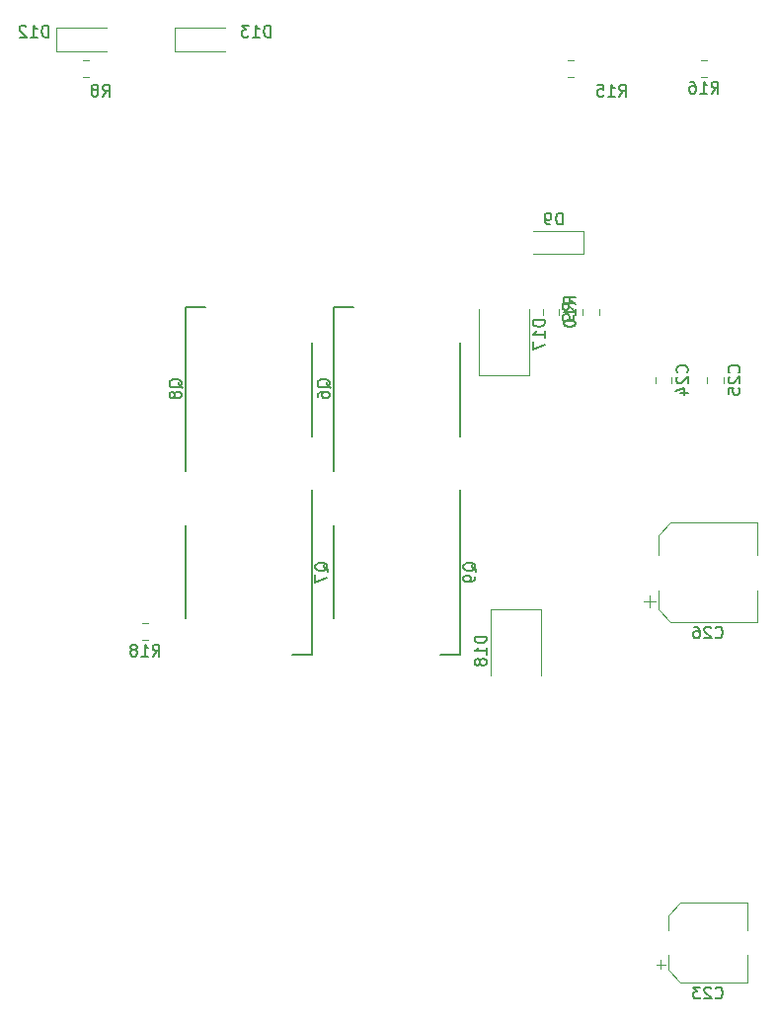
<source format=gbr>
G04 #@! TF.GenerationSoftware,KiCad,Pcbnew,(5.0.2)-1*
G04 #@! TF.CreationDate,2019-05-10T13:06:01+02:00*
G04 #@! TF.ProjectId,moc_main,6d6f635f-6d61-4696-9e2e-6b696361645f,rev?*
G04 #@! TF.SameCoordinates,Original*
G04 #@! TF.FileFunction,Legend,Bot*
G04 #@! TF.FilePolarity,Positive*
%FSLAX46Y46*%
G04 Gerber Fmt 4.6, Leading zero omitted, Abs format (unit mm)*
G04 Created by KiCad (PCBNEW (5.0.2)-1) date 10.05.2019 13:06:01*
%MOMM*%
%LPD*%
G01*
G04 APERTURE LIST*
%ADD10C,0.120000*%
%ADD11C,0.150000*%
G04 APERTURE END LIST*
D10*
G04 #@! TO.C,R9*
X240219500Y-48010922D02*
X240219500Y-48528078D01*
X241639500Y-48010922D02*
X241639500Y-48528078D01*
G04 #@! TO.C,D17*
X235642000Y-53732000D02*
X235642000Y-48032000D01*
X231342000Y-53732000D02*
X231342000Y-48032000D01*
X235642000Y-53732000D02*
X231342000Y-53732000D01*
G04 #@! TO.C,C23*
X254362000Y-98952000D02*
X254362000Y-101302000D01*
X254362000Y-105772000D02*
X254362000Y-103422000D01*
X248606437Y-105772000D02*
X254362000Y-105772000D01*
X248606437Y-98952000D02*
X254362000Y-98952000D01*
X247542000Y-100016437D02*
X247542000Y-101302000D01*
X247542000Y-104707563D02*
X247542000Y-103422000D01*
X247542000Y-104707563D02*
X248606437Y-105772000D01*
X247542000Y-100016437D02*
X248606437Y-98952000D01*
X246514500Y-104209500D02*
X247302000Y-104209500D01*
X246908250Y-104603250D02*
X246908250Y-103815750D01*
G04 #@! TO.C,C24*
X247852000Y-54360578D02*
X247852000Y-53843422D01*
X246432000Y-54360578D02*
X246432000Y-53843422D01*
G04 #@! TO.C,C25*
X250877000Y-54360578D02*
X250877000Y-53843422D01*
X252297000Y-54360578D02*
X252297000Y-53843422D01*
G04 #@! TO.C,C26*
X245952000Y-73622000D02*
X245952000Y-72622000D01*
X245452000Y-73122000D02*
X246452000Y-73122000D01*
X246692000Y-67416437D02*
X247756437Y-66352000D01*
X246692000Y-73807563D02*
X247756437Y-74872000D01*
X246692000Y-73807563D02*
X246692000Y-72122000D01*
X246692000Y-67416437D02*
X246692000Y-69102000D01*
X247756437Y-66352000D02*
X255212000Y-66352000D01*
X247756437Y-74872000D02*
X255212000Y-74872000D01*
X255212000Y-74872000D02*
X255212000Y-72122000D01*
X255212000Y-66352000D02*
X255212000Y-69102000D01*
G04 #@! TO.C,D9*
X235992000Y-41332000D02*
X240292000Y-41332000D01*
X240292000Y-41332000D02*
X240292000Y-43332000D01*
X240292000Y-43332000D02*
X235992000Y-43332000D01*
G04 #@! TO.C,D12*
X199362000Y-25892000D02*
X195062000Y-25892000D01*
X195062000Y-25892000D02*
X195062000Y-23892000D01*
X195062000Y-23892000D02*
X199362000Y-23892000D01*
G04 #@! TO.C,D13*
X209522000Y-25892000D02*
X205222000Y-25892000D01*
X205222000Y-25892000D02*
X205222000Y-23892000D01*
X205222000Y-23892000D02*
X209522000Y-23892000D01*
D11*
G04 #@! TO.C,Q6*
X229682000Y-50932000D02*
X229682000Y-58932000D01*
X218882000Y-61932000D02*
X218882000Y-47832000D01*
X218882000Y-47832000D02*
X220582000Y-47832000D01*
G04 #@! TO.C,Q7*
X216982000Y-77662000D02*
X215282000Y-77662000D01*
X216982000Y-63562000D02*
X216982000Y-77662000D01*
X206182000Y-74562000D02*
X206182000Y-66562000D01*
G04 #@! TO.C,Q8*
X206182000Y-47832000D02*
X207882000Y-47832000D01*
X206182000Y-61932000D02*
X206182000Y-47832000D01*
X216982000Y-50932000D02*
X216982000Y-58932000D01*
G04 #@! TO.C,Q9*
X229682000Y-77662000D02*
X227982000Y-77662000D01*
X229682000Y-63562000D02*
X229682000Y-77662000D01*
X218882000Y-74562000D02*
X218882000Y-66562000D01*
D10*
G04 #@! TO.C,R8*
X197353422Y-26722000D02*
X197870578Y-26722000D01*
X197353422Y-28142000D02*
X197870578Y-28142000D01*
G04 #@! TO.C,R10*
X238202000Y-48528078D02*
X238202000Y-48010922D01*
X236782000Y-48528078D02*
X236782000Y-48010922D01*
G04 #@! TO.C,R15*
X238930922Y-28142000D02*
X239448078Y-28142000D01*
X238930922Y-26722000D02*
X239448078Y-26722000D01*
G04 #@! TO.C,R16*
X250360922Y-26722000D02*
X250878078Y-26722000D01*
X250360922Y-28142000D02*
X250878078Y-28142000D01*
G04 #@! TO.C,D18*
X232342000Y-73782000D02*
X236642000Y-73782000D01*
X236642000Y-73782000D02*
X236642000Y-79482000D01*
X232342000Y-73782000D02*
X232342000Y-79482000D01*
G04 #@! TO.C,R18*
X202433422Y-76402000D02*
X202950578Y-76402000D01*
X202433422Y-74982000D02*
X202950578Y-74982000D01*
G04 #@! TO.C,R9*
D11*
X239476880Y-48102833D02*
X239000690Y-47769500D01*
X239476880Y-47531404D02*
X238476880Y-47531404D01*
X238476880Y-47912357D01*
X238524500Y-48007595D01*
X238572119Y-48055214D01*
X238667357Y-48102833D01*
X238810214Y-48102833D01*
X238905452Y-48055214D01*
X238953071Y-48007595D01*
X239000690Y-47912357D01*
X239000690Y-47531404D01*
X239476880Y-48579023D02*
X239476880Y-48769500D01*
X239429261Y-48864738D01*
X239381642Y-48912357D01*
X239238785Y-49007595D01*
X239048309Y-49055214D01*
X238667357Y-49055214D01*
X238572119Y-49007595D01*
X238524500Y-48959976D01*
X238476880Y-48864738D01*
X238476880Y-48674261D01*
X238524500Y-48579023D01*
X238572119Y-48531404D01*
X238667357Y-48483785D01*
X238905452Y-48483785D01*
X239000690Y-48531404D01*
X239048309Y-48579023D01*
X239095928Y-48674261D01*
X239095928Y-48864738D01*
X239048309Y-48959976D01*
X239000690Y-49007595D01*
X238905452Y-49055214D01*
G04 #@! TO.C,D17*
X236944380Y-48967714D02*
X235944380Y-48967714D01*
X235944380Y-49205809D01*
X235992000Y-49348666D01*
X236087238Y-49443904D01*
X236182476Y-49491523D01*
X236372952Y-49539142D01*
X236515809Y-49539142D01*
X236706285Y-49491523D01*
X236801523Y-49443904D01*
X236896761Y-49348666D01*
X236944380Y-49205809D01*
X236944380Y-48967714D01*
X236944380Y-50491523D02*
X236944380Y-49920095D01*
X236944380Y-50205809D02*
X235944380Y-50205809D01*
X236087238Y-50110571D01*
X236182476Y-50015333D01*
X236230095Y-49920095D01*
X235944380Y-50824857D02*
X235944380Y-51491523D01*
X236944380Y-51062952D01*
G04 #@! TO.C,C23*
X251594857Y-107069142D02*
X251642476Y-107116761D01*
X251785333Y-107164380D01*
X251880571Y-107164380D01*
X252023428Y-107116761D01*
X252118666Y-107021523D01*
X252166285Y-106926285D01*
X252213904Y-106735809D01*
X252213904Y-106592952D01*
X252166285Y-106402476D01*
X252118666Y-106307238D01*
X252023428Y-106212000D01*
X251880571Y-106164380D01*
X251785333Y-106164380D01*
X251642476Y-106212000D01*
X251594857Y-106259619D01*
X251213904Y-106259619D02*
X251166285Y-106212000D01*
X251071047Y-106164380D01*
X250832952Y-106164380D01*
X250737714Y-106212000D01*
X250690095Y-106259619D01*
X250642476Y-106354857D01*
X250642476Y-106450095D01*
X250690095Y-106592952D01*
X251261523Y-107164380D01*
X250642476Y-107164380D01*
X250309142Y-106164380D02*
X249690095Y-106164380D01*
X250023428Y-106545333D01*
X249880571Y-106545333D01*
X249785333Y-106592952D01*
X249737714Y-106640571D01*
X249690095Y-106735809D01*
X249690095Y-106973904D01*
X249737714Y-107069142D01*
X249785333Y-107116761D01*
X249880571Y-107164380D01*
X250166285Y-107164380D01*
X250261523Y-107116761D01*
X250309142Y-107069142D01*
G04 #@! TO.C,C24*
X249149142Y-53459142D02*
X249196761Y-53411523D01*
X249244380Y-53268666D01*
X249244380Y-53173428D01*
X249196761Y-53030571D01*
X249101523Y-52935333D01*
X249006285Y-52887714D01*
X248815809Y-52840095D01*
X248672952Y-52840095D01*
X248482476Y-52887714D01*
X248387238Y-52935333D01*
X248292000Y-53030571D01*
X248244380Y-53173428D01*
X248244380Y-53268666D01*
X248292000Y-53411523D01*
X248339619Y-53459142D01*
X248339619Y-53840095D02*
X248292000Y-53887714D01*
X248244380Y-53982952D01*
X248244380Y-54221047D01*
X248292000Y-54316285D01*
X248339619Y-54363904D01*
X248434857Y-54411523D01*
X248530095Y-54411523D01*
X248672952Y-54363904D01*
X249244380Y-53792476D01*
X249244380Y-54411523D01*
X248577714Y-55268666D02*
X249244380Y-55268666D01*
X248196761Y-55030571D02*
X248911047Y-54792476D01*
X248911047Y-55411523D01*
G04 #@! TO.C,C25*
X253594142Y-53459142D02*
X253641761Y-53411523D01*
X253689380Y-53268666D01*
X253689380Y-53173428D01*
X253641761Y-53030571D01*
X253546523Y-52935333D01*
X253451285Y-52887714D01*
X253260809Y-52840095D01*
X253117952Y-52840095D01*
X252927476Y-52887714D01*
X252832238Y-52935333D01*
X252737000Y-53030571D01*
X252689380Y-53173428D01*
X252689380Y-53268666D01*
X252737000Y-53411523D01*
X252784619Y-53459142D01*
X252784619Y-53840095D02*
X252737000Y-53887714D01*
X252689380Y-53982952D01*
X252689380Y-54221047D01*
X252737000Y-54316285D01*
X252784619Y-54363904D01*
X252879857Y-54411523D01*
X252975095Y-54411523D01*
X253117952Y-54363904D01*
X253689380Y-53792476D01*
X253689380Y-54411523D01*
X252689380Y-55316285D02*
X252689380Y-54840095D01*
X253165571Y-54792476D01*
X253117952Y-54840095D01*
X253070333Y-54935333D01*
X253070333Y-55173428D01*
X253117952Y-55268666D01*
X253165571Y-55316285D01*
X253260809Y-55363904D01*
X253498904Y-55363904D01*
X253594142Y-55316285D01*
X253641761Y-55268666D01*
X253689380Y-55173428D01*
X253689380Y-54935333D01*
X253641761Y-54840095D01*
X253594142Y-54792476D01*
G04 #@! TO.C,C26*
X251594857Y-76169142D02*
X251642476Y-76216761D01*
X251785333Y-76264380D01*
X251880571Y-76264380D01*
X252023428Y-76216761D01*
X252118666Y-76121523D01*
X252166285Y-76026285D01*
X252213904Y-75835809D01*
X252213904Y-75692952D01*
X252166285Y-75502476D01*
X252118666Y-75407238D01*
X252023428Y-75312000D01*
X251880571Y-75264380D01*
X251785333Y-75264380D01*
X251642476Y-75312000D01*
X251594857Y-75359619D01*
X251213904Y-75359619D02*
X251166285Y-75312000D01*
X251071047Y-75264380D01*
X250832952Y-75264380D01*
X250737714Y-75312000D01*
X250690095Y-75359619D01*
X250642476Y-75454857D01*
X250642476Y-75550095D01*
X250690095Y-75692952D01*
X251261523Y-76264380D01*
X250642476Y-76264380D01*
X249785333Y-75264380D02*
X249975809Y-75264380D01*
X250071047Y-75312000D01*
X250118666Y-75359619D01*
X250213904Y-75502476D01*
X250261523Y-75692952D01*
X250261523Y-76073904D01*
X250213904Y-76169142D01*
X250166285Y-76216761D01*
X250071047Y-76264380D01*
X249880571Y-76264380D01*
X249785333Y-76216761D01*
X249737714Y-76169142D01*
X249690095Y-76073904D01*
X249690095Y-75835809D01*
X249737714Y-75740571D01*
X249785333Y-75692952D01*
X249880571Y-75645333D01*
X250071047Y-75645333D01*
X250166285Y-75692952D01*
X250213904Y-75740571D01*
X250261523Y-75835809D01*
G04 #@! TO.C,D9*
X238480095Y-40784380D02*
X238480095Y-39784380D01*
X238242000Y-39784380D01*
X238099142Y-39832000D01*
X238003904Y-39927238D01*
X237956285Y-40022476D01*
X237908666Y-40212952D01*
X237908666Y-40355809D01*
X237956285Y-40546285D01*
X238003904Y-40641523D01*
X238099142Y-40736761D01*
X238242000Y-40784380D01*
X238480095Y-40784380D01*
X237432476Y-40784380D02*
X237242000Y-40784380D01*
X237146761Y-40736761D01*
X237099142Y-40689142D01*
X237003904Y-40546285D01*
X236956285Y-40355809D01*
X236956285Y-39974857D01*
X237003904Y-39879619D01*
X237051523Y-39832000D01*
X237146761Y-39784380D01*
X237337238Y-39784380D01*
X237432476Y-39832000D01*
X237480095Y-39879619D01*
X237527714Y-39974857D01*
X237527714Y-40212952D01*
X237480095Y-40308190D01*
X237432476Y-40355809D01*
X237337238Y-40403428D01*
X237146761Y-40403428D01*
X237051523Y-40355809D01*
X237003904Y-40308190D01*
X236956285Y-40212952D01*
G04 #@! TO.C,D12*
X194381285Y-24709380D02*
X194381285Y-23709380D01*
X194143190Y-23709380D01*
X194000333Y-23757000D01*
X193905095Y-23852238D01*
X193857476Y-23947476D01*
X193809857Y-24137952D01*
X193809857Y-24280809D01*
X193857476Y-24471285D01*
X193905095Y-24566523D01*
X194000333Y-24661761D01*
X194143190Y-24709380D01*
X194381285Y-24709380D01*
X192857476Y-24709380D02*
X193428904Y-24709380D01*
X193143190Y-24709380D02*
X193143190Y-23709380D01*
X193238428Y-23852238D01*
X193333666Y-23947476D01*
X193428904Y-23995095D01*
X192476523Y-23804619D02*
X192428904Y-23757000D01*
X192333666Y-23709380D01*
X192095571Y-23709380D01*
X192000333Y-23757000D01*
X191952714Y-23804619D01*
X191905095Y-23899857D01*
X191905095Y-23995095D01*
X191952714Y-24137952D01*
X192524142Y-24709380D01*
X191905095Y-24709380D01*
G04 #@! TO.C,D13*
X213431285Y-24709380D02*
X213431285Y-23709380D01*
X213193190Y-23709380D01*
X213050333Y-23757000D01*
X212955095Y-23852238D01*
X212907476Y-23947476D01*
X212859857Y-24137952D01*
X212859857Y-24280809D01*
X212907476Y-24471285D01*
X212955095Y-24566523D01*
X213050333Y-24661761D01*
X213193190Y-24709380D01*
X213431285Y-24709380D01*
X211907476Y-24709380D02*
X212478904Y-24709380D01*
X212193190Y-24709380D02*
X212193190Y-23709380D01*
X212288428Y-23852238D01*
X212383666Y-23947476D01*
X212478904Y-23995095D01*
X211574142Y-23709380D02*
X210955095Y-23709380D01*
X211288428Y-24090333D01*
X211145571Y-24090333D01*
X211050333Y-24137952D01*
X211002714Y-24185571D01*
X210955095Y-24280809D01*
X210955095Y-24518904D01*
X211002714Y-24614142D01*
X211050333Y-24661761D01*
X211145571Y-24709380D01*
X211431285Y-24709380D01*
X211526523Y-24661761D01*
X211574142Y-24614142D01*
G04 #@! TO.C,Q6*
X218579619Y-54786761D02*
X218532000Y-54691523D01*
X218436761Y-54596285D01*
X218293904Y-54453428D01*
X218246285Y-54358190D01*
X218246285Y-54262952D01*
X218484380Y-54310571D02*
X218436761Y-54215333D01*
X218341523Y-54120095D01*
X218151047Y-54072476D01*
X217817714Y-54072476D01*
X217627238Y-54120095D01*
X217532000Y-54215333D01*
X217484380Y-54310571D01*
X217484380Y-54501047D01*
X217532000Y-54596285D01*
X217627238Y-54691523D01*
X217817714Y-54739142D01*
X218151047Y-54739142D01*
X218341523Y-54691523D01*
X218436761Y-54596285D01*
X218484380Y-54501047D01*
X218484380Y-54310571D01*
X217484380Y-55596285D02*
X217484380Y-55405809D01*
X217532000Y-55310571D01*
X217579619Y-55262952D01*
X217722476Y-55167714D01*
X217912952Y-55120095D01*
X218293904Y-55120095D01*
X218389142Y-55167714D01*
X218436761Y-55215333D01*
X218484380Y-55310571D01*
X218484380Y-55501047D01*
X218436761Y-55596285D01*
X218389142Y-55643904D01*
X218293904Y-55691523D01*
X218055809Y-55691523D01*
X217960571Y-55643904D01*
X217912952Y-55596285D01*
X217865333Y-55501047D01*
X217865333Y-55310571D01*
X217912952Y-55215333D01*
X217960571Y-55167714D01*
X218055809Y-55120095D01*
G04 #@! TO.C,Q7*
X218379619Y-70516761D02*
X218332000Y-70421523D01*
X218236761Y-70326285D01*
X218093904Y-70183428D01*
X218046285Y-70088190D01*
X218046285Y-69992952D01*
X218284380Y-70040571D02*
X218236761Y-69945333D01*
X218141523Y-69850095D01*
X217951047Y-69802476D01*
X217617714Y-69802476D01*
X217427238Y-69850095D01*
X217332000Y-69945333D01*
X217284380Y-70040571D01*
X217284380Y-70231047D01*
X217332000Y-70326285D01*
X217427238Y-70421523D01*
X217617714Y-70469142D01*
X217951047Y-70469142D01*
X218141523Y-70421523D01*
X218236761Y-70326285D01*
X218284380Y-70231047D01*
X218284380Y-70040571D01*
X217284380Y-70802476D02*
X217284380Y-71469142D01*
X218284380Y-71040571D01*
G04 #@! TO.C,Q8*
X205879619Y-54786761D02*
X205832000Y-54691523D01*
X205736761Y-54596285D01*
X205593904Y-54453428D01*
X205546285Y-54358190D01*
X205546285Y-54262952D01*
X205784380Y-54310571D02*
X205736761Y-54215333D01*
X205641523Y-54120095D01*
X205451047Y-54072476D01*
X205117714Y-54072476D01*
X204927238Y-54120095D01*
X204832000Y-54215333D01*
X204784380Y-54310571D01*
X204784380Y-54501047D01*
X204832000Y-54596285D01*
X204927238Y-54691523D01*
X205117714Y-54739142D01*
X205451047Y-54739142D01*
X205641523Y-54691523D01*
X205736761Y-54596285D01*
X205784380Y-54501047D01*
X205784380Y-54310571D01*
X205212952Y-55310571D02*
X205165333Y-55215333D01*
X205117714Y-55167714D01*
X205022476Y-55120095D01*
X204974857Y-55120095D01*
X204879619Y-55167714D01*
X204832000Y-55215333D01*
X204784380Y-55310571D01*
X204784380Y-55501047D01*
X204832000Y-55596285D01*
X204879619Y-55643904D01*
X204974857Y-55691523D01*
X205022476Y-55691523D01*
X205117714Y-55643904D01*
X205165333Y-55596285D01*
X205212952Y-55501047D01*
X205212952Y-55310571D01*
X205260571Y-55215333D01*
X205308190Y-55167714D01*
X205403428Y-55120095D01*
X205593904Y-55120095D01*
X205689142Y-55167714D01*
X205736761Y-55215333D01*
X205784380Y-55310571D01*
X205784380Y-55501047D01*
X205736761Y-55596285D01*
X205689142Y-55643904D01*
X205593904Y-55691523D01*
X205403428Y-55691523D01*
X205308190Y-55643904D01*
X205260571Y-55596285D01*
X205212952Y-55501047D01*
G04 #@! TO.C,Q9*
X231079619Y-70516761D02*
X231032000Y-70421523D01*
X230936761Y-70326285D01*
X230793904Y-70183428D01*
X230746285Y-70088190D01*
X230746285Y-69992952D01*
X230984380Y-70040571D02*
X230936761Y-69945333D01*
X230841523Y-69850095D01*
X230651047Y-69802476D01*
X230317714Y-69802476D01*
X230127238Y-69850095D01*
X230032000Y-69945333D01*
X229984380Y-70040571D01*
X229984380Y-70231047D01*
X230032000Y-70326285D01*
X230127238Y-70421523D01*
X230317714Y-70469142D01*
X230651047Y-70469142D01*
X230841523Y-70421523D01*
X230936761Y-70326285D01*
X230984380Y-70231047D01*
X230984380Y-70040571D01*
X230984380Y-70945333D02*
X230984380Y-71135809D01*
X230936761Y-71231047D01*
X230889142Y-71278666D01*
X230746285Y-71373904D01*
X230555809Y-71421523D01*
X230174857Y-71421523D01*
X230079619Y-71373904D01*
X230032000Y-71326285D01*
X229984380Y-71231047D01*
X229984380Y-71040571D01*
X230032000Y-70945333D01*
X230079619Y-70897714D01*
X230174857Y-70850095D01*
X230412952Y-70850095D01*
X230508190Y-70897714D01*
X230555809Y-70945333D01*
X230603428Y-71040571D01*
X230603428Y-71231047D01*
X230555809Y-71326285D01*
X230508190Y-71373904D01*
X230412952Y-71421523D01*
G04 #@! TO.C,R8*
X199048666Y-29789380D02*
X199382000Y-29313190D01*
X199620095Y-29789380D02*
X199620095Y-28789380D01*
X199239142Y-28789380D01*
X199143904Y-28837000D01*
X199096285Y-28884619D01*
X199048666Y-28979857D01*
X199048666Y-29122714D01*
X199096285Y-29217952D01*
X199143904Y-29265571D01*
X199239142Y-29313190D01*
X199620095Y-29313190D01*
X198477238Y-29217952D02*
X198572476Y-29170333D01*
X198620095Y-29122714D01*
X198667714Y-29027476D01*
X198667714Y-28979857D01*
X198620095Y-28884619D01*
X198572476Y-28837000D01*
X198477238Y-28789380D01*
X198286761Y-28789380D01*
X198191523Y-28837000D01*
X198143904Y-28884619D01*
X198096285Y-28979857D01*
X198096285Y-29027476D01*
X198143904Y-29122714D01*
X198191523Y-29170333D01*
X198286761Y-29217952D01*
X198477238Y-29217952D01*
X198572476Y-29265571D01*
X198620095Y-29313190D01*
X198667714Y-29408428D01*
X198667714Y-29598904D01*
X198620095Y-29694142D01*
X198572476Y-29741761D01*
X198477238Y-29789380D01*
X198286761Y-29789380D01*
X198191523Y-29741761D01*
X198143904Y-29694142D01*
X198096285Y-29598904D01*
X198096285Y-29408428D01*
X198143904Y-29313190D01*
X198191523Y-29265571D01*
X198286761Y-29217952D01*
G04 #@! TO.C,R10*
X239594380Y-47626642D02*
X239118190Y-47293309D01*
X239594380Y-47055214D02*
X238594380Y-47055214D01*
X238594380Y-47436166D01*
X238642000Y-47531404D01*
X238689619Y-47579023D01*
X238784857Y-47626642D01*
X238927714Y-47626642D01*
X239022952Y-47579023D01*
X239070571Y-47531404D01*
X239118190Y-47436166D01*
X239118190Y-47055214D01*
X239594380Y-48579023D02*
X239594380Y-48007595D01*
X239594380Y-48293309D02*
X238594380Y-48293309D01*
X238737238Y-48198071D01*
X238832476Y-48102833D01*
X238880095Y-48007595D01*
X238594380Y-49198071D02*
X238594380Y-49293309D01*
X238642000Y-49388547D01*
X238689619Y-49436166D01*
X238784857Y-49483785D01*
X238975333Y-49531404D01*
X239213428Y-49531404D01*
X239403904Y-49483785D01*
X239499142Y-49436166D01*
X239546761Y-49388547D01*
X239594380Y-49293309D01*
X239594380Y-49198071D01*
X239546761Y-49102833D01*
X239499142Y-49055214D01*
X239403904Y-49007595D01*
X239213428Y-48959976D01*
X238975333Y-48959976D01*
X238784857Y-49007595D01*
X238689619Y-49055214D01*
X238642000Y-49102833D01*
X238594380Y-49198071D01*
G04 #@! TO.C,R15*
X243339857Y-29789380D02*
X243673190Y-29313190D01*
X243911285Y-29789380D02*
X243911285Y-28789380D01*
X243530333Y-28789380D01*
X243435095Y-28837000D01*
X243387476Y-28884619D01*
X243339857Y-28979857D01*
X243339857Y-29122714D01*
X243387476Y-29217952D01*
X243435095Y-29265571D01*
X243530333Y-29313190D01*
X243911285Y-29313190D01*
X242387476Y-29789380D02*
X242958904Y-29789380D01*
X242673190Y-29789380D02*
X242673190Y-28789380D01*
X242768428Y-28932238D01*
X242863666Y-29027476D01*
X242958904Y-29075095D01*
X241482714Y-28789380D02*
X241958904Y-28789380D01*
X242006523Y-29265571D01*
X241958904Y-29217952D01*
X241863666Y-29170333D01*
X241625571Y-29170333D01*
X241530333Y-29217952D01*
X241482714Y-29265571D01*
X241435095Y-29360809D01*
X241435095Y-29598904D01*
X241482714Y-29694142D01*
X241530333Y-29741761D01*
X241625571Y-29789380D01*
X241863666Y-29789380D01*
X241958904Y-29741761D01*
X242006523Y-29694142D01*
G04 #@! TO.C,R16*
X251262357Y-29534380D02*
X251595690Y-29058190D01*
X251833785Y-29534380D02*
X251833785Y-28534380D01*
X251452833Y-28534380D01*
X251357595Y-28582000D01*
X251309976Y-28629619D01*
X251262357Y-28724857D01*
X251262357Y-28867714D01*
X251309976Y-28962952D01*
X251357595Y-29010571D01*
X251452833Y-29058190D01*
X251833785Y-29058190D01*
X250309976Y-29534380D02*
X250881404Y-29534380D01*
X250595690Y-29534380D02*
X250595690Y-28534380D01*
X250690928Y-28677238D01*
X250786166Y-28772476D01*
X250881404Y-28820095D01*
X249452833Y-28534380D02*
X249643309Y-28534380D01*
X249738547Y-28582000D01*
X249786166Y-28629619D01*
X249881404Y-28772476D01*
X249929023Y-28962952D01*
X249929023Y-29343904D01*
X249881404Y-29439142D01*
X249833785Y-29486761D01*
X249738547Y-29534380D01*
X249548071Y-29534380D01*
X249452833Y-29486761D01*
X249405214Y-29439142D01*
X249357595Y-29343904D01*
X249357595Y-29105809D01*
X249405214Y-29010571D01*
X249452833Y-28962952D01*
X249548071Y-28915333D01*
X249738547Y-28915333D01*
X249833785Y-28962952D01*
X249881404Y-29010571D01*
X249929023Y-29105809D01*
G04 #@! TO.C,D18*
X231944380Y-76117714D02*
X230944380Y-76117714D01*
X230944380Y-76355809D01*
X230992000Y-76498666D01*
X231087238Y-76593904D01*
X231182476Y-76641523D01*
X231372952Y-76689142D01*
X231515809Y-76689142D01*
X231706285Y-76641523D01*
X231801523Y-76593904D01*
X231896761Y-76498666D01*
X231944380Y-76355809D01*
X231944380Y-76117714D01*
X231944380Y-77641523D02*
X231944380Y-77070095D01*
X231944380Y-77355809D02*
X230944380Y-77355809D01*
X231087238Y-77260571D01*
X231182476Y-77165333D01*
X231230095Y-77070095D01*
X231372952Y-78212952D02*
X231325333Y-78117714D01*
X231277714Y-78070095D01*
X231182476Y-78022476D01*
X231134857Y-78022476D01*
X231039619Y-78070095D01*
X230992000Y-78117714D01*
X230944380Y-78212952D01*
X230944380Y-78403428D01*
X230992000Y-78498666D01*
X231039619Y-78546285D01*
X231134857Y-78593904D01*
X231182476Y-78593904D01*
X231277714Y-78546285D01*
X231325333Y-78498666D01*
X231372952Y-78403428D01*
X231372952Y-78212952D01*
X231420571Y-78117714D01*
X231468190Y-78070095D01*
X231563428Y-78022476D01*
X231753904Y-78022476D01*
X231849142Y-78070095D01*
X231896761Y-78117714D01*
X231944380Y-78212952D01*
X231944380Y-78403428D01*
X231896761Y-78498666D01*
X231849142Y-78546285D01*
X231753904Y-78593904D01*
X231563428Y-78593904D01*
X231468190Y-78546285D01*
X231420571Y-78498666D01*
X231372952Y-78403428D01*
G04 #@! TO.C,R18*
X203334857Y-77794380D02*
X203668190Y-77318190D01*
X203906285Y-77794380D02*
X203906285Y-76794380D01*
X203525333Y-76794380D01*
X203430095Y-76842000D01*
X203382476Y-76889619D01*
X203334857Y-76984857D01*
X203334857Y-77127714D01*
X203382476Y-77222952D01*
X203430095Y-77270571D01*
X203525333Y-77318190D01*
X203906285Y-77318190D01*
X202382476Y-77794380D02*
X202953904Y-77794380D01*
X202668190Y-77794380D02*
X202668190Y-76794380D01*
X202763428Y-76937238D01*
X202858666Y-77032476D01*
X202953904Y-77080095D01*
X201811047Y-77222952D02*
X201906285Y-77175333D01*
X201953904Y-77127714D01*
X202001523Y-77032476D01*
X202001523Y-76984857D01*
X201953904Y-76889619D01*
X201906285Y-76842000D01*
X201811047Y-76794380D01*
X201620571Y-76794380D01*
X201525333Y-76842000D01*
X201477714Y-76889619D01*
X201430095Y-76984857D01*
X201430095Y-77032476D01*
X201477714Y-77127714D01*
X201525333Y-77175333D01*
X201620571Y-77222952D01*
X201811047Y-77222952D01*
X201906285Y-77270571D01*
X201953904Y-77318190D01*
X202001523Y-77413428D01*
X202001523Y-77603904D01*
X201953904Y-77699142D01*
X201906285Y-77746761D01*
X201811047Y-77794380D01*
X201620571Y-77794380D01*
X201525333Y-77746761D01*
X201477714Y-77699142D01*
X201430095Y-77603904D01*
X201430095Y-77413428D01*
X201477714Y-77318190D01*
X201525333Y-77270571D01*
X201620571Y-77222952D01*
G04 #@! TD*
M02*

</source>
